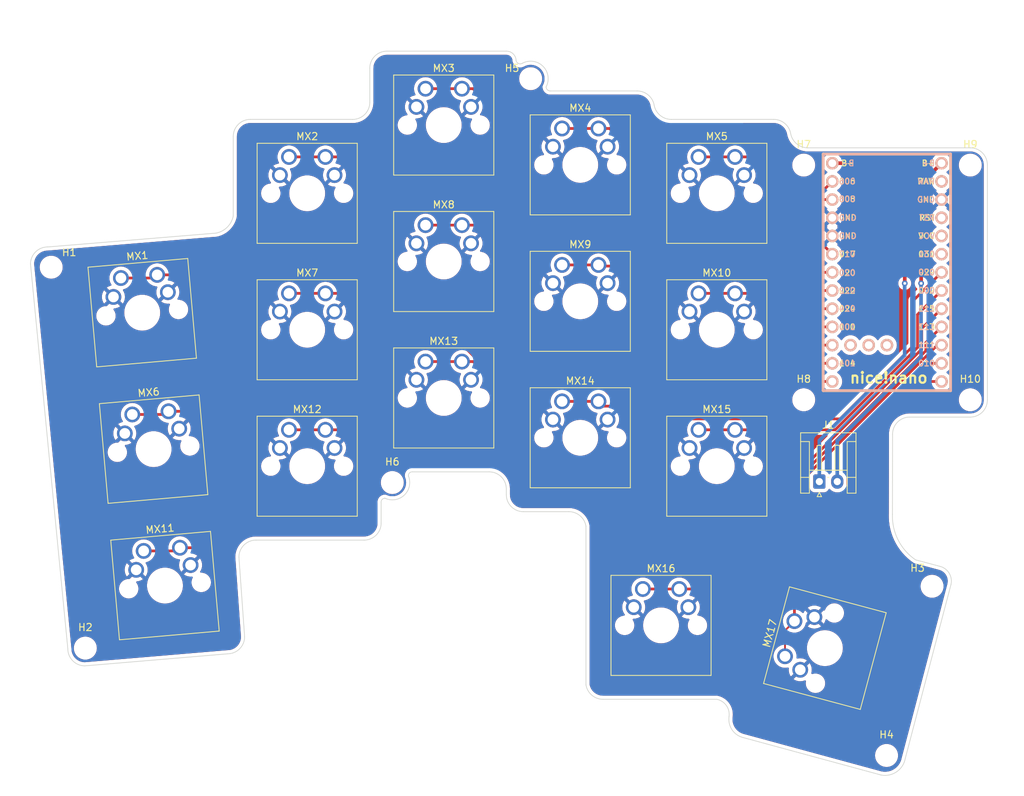
<source format=kicad_pcb>
(kicad_pcb (version 20211014) (generator pcbnew)
  (layers (0 "F.Cu" signal) (31 "B.Cu" signal) (34 "B.Paste" user) (35 "F.Paste" user) (36 "B.SilkS" user "B.Silkscreen") (37 "F.SilkS" user "F.Silkscreen") (38 "B.Mask" user) (39 "F.Mask" user) (44 "Edge.Cuts" user))
  (net 0 "")
  (net 1 "GND")
  (net 6 "VCC")
  (net 8 "B-")
  (net 9 "B+")
  (net 11 "MX1")
  (net 12 "MX2")
  (net 13 "MX3")
  (net 14 "MX4")
  (net 15 "MX5")
  (net 16 "MX6")
  (net 17 "MX7")
  (net 18 "MX8")
  (net 19 "MX9")
  (net 20 "MX10")
  (net 21 "MX11")
  (net 22 "MX12")
  (net 23 "MX13")
  (net 24 "MX14")
  (net 25 "MX15")
  (net 26 "MX16")
  (net 27 "MX17")
  (footprint "mx-switches-doubleSided:CherryMX-1U-doubleSided" (layer "F.Cu") (at 106.3625 50.8)
    (fp_text reference "MX2" (at 0 -7.9375 unlocked) (layer "F.SilkS"))
    (fp_text value "MX-NoLED")
    (pad "" np_thru_hole circle (at 0 0) (size 4 4) (drill 4) (layers *.Cu *.Mask))
    (pad "" np_thru_hole circle (at 5.08 0) (size 1.7 1.7) (drill 1.7) (layers *.Cu *.Mask))
    (pad "" np_thru_hole circle (at -5.08 0) (size 1.7 1.7) (drill 1.7) (layers *.Cu *.Mask))
    (pad "1" thru_hole circle (at 2.54 -5.08) (size 2.2 2.2) (drill 1.5) (layers *.Cu *.Mask) (net 12 "MX2"))
    (pad "1" thru_hole circle (at -2.54 -5.08) (size 2.2 2.2) (drill 1.5) (layers *.Cu *.Mask) (net 12 "MX2"))
    (pad "2" thru_hole circle (at 3.81 -2.54) (size 2.2 2.2) (drill 1.5) (layers *.Cu *.Mask) (net 1 "GND"))
    (pad "2" thru_hole circle (at -3.81 -2.54) (size 2.2 2.2) (drill 1.5) (layers *.Cu *.Mask) (net 1 "GND"))
  )
  (footprint "mx-switches-doubleSided:CherryMX-1U-doubleSided" (layer "F.Cu") (at 155.73375 111.125)
    (fp_text reference "MX16" (at 0 -7.9375 unlocked) (layer "F.SilkS"))
    (fp_text value "MX-NoLED")
    (pad "" np_thru_hole circle (at -5.08 0) (size 1.7 1.7) (drill 1.7) (layers *.Cu *.Mask))
    (pad "" np_thru_hole circle (at 0 0) (size 4 4) (drill 4) (layers *.Cu *.Mask))
    (pad "" np_thru_hole circle (at 5.08 0) (size 1.7 1.7) (drill 1.7) (layers *.Cu *.Mask))
    (pad "1" thru_hole circle (at 2.54 -5.08) (size 2.2 2.2) (drill 1.5) (layers *.Cu *.Mask) (net 26 "MX16"))
    (pad "1" thru_hole circle (at -2.54 -5.08) (size 2.2 2.2) (drill 1.5) (layers *.Cu *.Mask) (net 26 "MX16"))
    (pad "2" thru_hole circle (at -3.81 -2.54) (size 2.2 2.2) (drill 1.5) (layers *.Cu *.Mask) (net 1 "GND"))
    (pad "2" thru_hole circle (at 3.81 -2.54) (size 2.2 2.2) (drill 1.5) (layers *.Cu *.Mask) (net 1 "GND"))
  )
  (footprint "mx-switches-doubleSided:CherryMX-1U-doubleSided" (layer "F.Cu") (at 106.3625 69.85)
    (fp_text reference "MX7" (at 0 -7.9375 unlocked) (layer "F.SilkS"))
    (fp_text value "MX-NoLED")
    (pad "" np_thru_hole circle (at 0 0) (size 4 4) (drill 4) (layers *.Cu *.Mask))
    (pad "" np_thru_hole circle (at 5.08 0) (size 1.7 1.7) (drill 1.7) (layers *.Cu *.Mask))
    (pad "" np_thru_hole circle (at -5.08 0) (size 1.7 1.7) (drill 1.7) (layers *.Cu *.Mask))
    (pad "1" thru_hole circle (at 2.54 -5.08) (size 2.2 2.2) (drill 1.5) (layers *.Cu *.Mask) (net 17 "MX7"))
    (pad "1" thru_hole circle (at -2.54 -5.08) (size 2.2 2.2) (drill 1.5) (layers *.Cu *.Mask) (net 17 "MX7"))
    (pad "2" thru_hole circle (at -3.81 -2.54) (size 2.2 2.2) (drill 1.5) (layers *.Cu *.Mask) (net 1 "GND"))
    (pad "2" thru_hole circle (at 3.81 -2.54) (size 2.2 2.2) (drill 1.5) (layers *.Cu *.Mask) (net 1 "GND"))
  )
  (footprint "MountingHole:MountingHole_2.2mm_M2_DIN965" (layer "F.Cu") (at 175.641 79.629)
    (fp_text reference "H8" (at 0 -2.9) (layer "F.SilkS"))
    (fp_text value "MountingHole")
    (pad "" np_thru_hole circle (at 0 0) (size 2.2 2.2) (drill 2.2) (layers *.Cu *.Mask))
  )
  (footprint "mx-switches-doubleSided:CherryMX-1U-doubleSided" (layer "F.Cu") (at 144.4625 84.93125)
    (fp_text reference "MX14" (at 0 -7.9375 unlocked) (layer "F.SilkS"))
    (fp_text value "MX-NoLED")
    (pad "" np_thru_hole circle (at -5.08 0) (size 1.7 1.7) (drill 1.7) (layers *.Cu *.Mask))
    (pad "" np_thru_hole circle (at 5.08 0) (size 1.7 1.7) (drill 1.7) (layers *.Cu *.Mask))
    (pad "" np_thru_hole circle (at 0 0) (size 4 4) (drill 4) (layers *.Cu *.Mask))
    (pad "1" thru_hole circle (at -2.54 -5.08) (size 2.2 2.2) (drill 1.5) (layers *.Cu *.Mask) (net 24 "MX14"))
    (pad "1" thru_hole circle (at 2.54 -5.08) (size 2.2 2.2) (drill 1.5) (layers *.Cu *.Mask) (net 24 "MX14"))
    (pad "2" thru_hole circle (at 3.81 -2.54) (size 2.2 2.2) (drill 1.5) (layers *.Cu *.Mask) (net 1 "GND"))
    (pad "2" thru_hole circle (at -3.81 -2.54) (size 2.2 2.2) (drill 1.5) (layers *.Cu *.Mask) (net 1 "GND"))
  )
  (footprint "mx-switches-doubleSided:CherryMX-1U-doubleSided" (layer "F.Cu") (at 83.34375 67.46875 5)
    (fp_text reference "MX1" (at 0 -7.9375 5 unlocked) (layer "F.SilkS"))
    (fp_text value "MX-NoLED")
    (pad "" np_thru_hole circle (at -5.08 0 5) (size 1.7 1.7) (drill 1.7) (layers *.Cu *.Mask))
    (pad "" np_thru_hole circle (at 0 0 5) (size 4 4) (drill 4) (layers *.Cu *.Mask))
    (pad "" np_thru_hole circle (at 5.08 0 5) (size 1.7 1.7) (drill 1.7) (layers *.Cu *.Mask))
    (pad "1" thru_hole circle (at -2.54 -5.08 5) (size 2.2 2.2) (drill 1.5) (layers *.Cu *.Mask) (net 11 "MX1"))
    (pad "1" thru_hole circle (at 2.54 -5.08 5) (size 2.2 2.2) (drill 1.5) (layers *.Cu *.Mask) (net 11 "MX1"))
    (pad "2" thru_hole circle (at -3.81 -2.54 5) (size 2.2 2.2) (drill 1.5) (layers *.Cu *.Mask) (net 1 "GND"))
    (pad "2" thru_hole circle (at 3.81 -2.54 5) (size 2.2 2.2) (drill 1.5) (layers *.Cu *.Mask) (net 1 "GND"))
  )
  (footprint "Connector_JST:JST_EH_S2B-EH_1x02_P2.50mm_Horizontal" (layer "F.Cu") (at 177.82 91.0515)
    (fp_text reference "J1" (at 1.25 -7.9) (layer "F.SilkS"))
    (fp_text value "Conn_01x02_Male")
    (pad "1" thru_hole roundrect (at 0 0) (size 1.7 2) (drill 1) (layers *.Cu *.Mask) (roundrect_rratio 0.147059) (net 8 "B-"))
    (pad "2" thru_hole oval (at 2.5 0) (size 1.7 2) (drill 1) (layers *.Cu *.Mask) (net 9 "B+"))
  )
  (footprint "mx-switches-doubleSided:CherryMX-1U-doubleSided" (layer "F.Cu") (at 84.93125 86.51875 5)
    (fp_text reference "MX6" (at 0 -7.9375 5 unlocked) (layer "F.SilkS"))
    (fp_text value "MX-NoLED")
    (pad "" np_thru_hole circle (at 0 0 5) (size 4 4) (drill 4) (layers *.Cu *.Mask))
    (pad "" np_thru_hole circle (at -5.08 0 5) (size 1.7 1.7) (drill 1.7) (layers *.Cu *.Mask))
    (pad "" np_thru_hole circle (at 5.08 0 5) (size 1.7 1.7) (drill 1.7) (layers *.Cu *.Mask))
    (pad "1" thru_hole circle (at -2.54 -5.08 5) (size 2.2 2.2) (drill 1.5) (layers *.Cu *.Mask) (net 16 "MX6"))
    (pad "1" thru_hole circle (at 2.54 -5.08 5) (size 2.2 2.2) (drill 1.5) (layers *.Cu *.Mask) (net 16 "MX6"))
    (pad "2" thru_hole circle (at 3.81 -2.54 5) (size 2.2 2.2) (drill 1.5) (layers *.Cu *.Mask) (net 1 "GND"))
    (pad "2" thru_hole circle (at -3.81 -2.54 5) (size 2.2 2.2) (drill 1.5) (layers *.Cu *.Mask) (net 1 "GND"))
  )
  (footprint "MountingHole:MountingHole_2.2mm_M2_DIN965" (layer "F.Cu") (at 75.40625 114.3)
    (fp_text reference "H2" (at 0 -2.9) (layer "F.SilkS"))
    (fp_text value "MountingHole")
    (pad "" np_thru_hole circle (at 0 0) (size 2.2 2.2) (drill 2.2) (layers *.Cu *.Mask))
  )
  (footprint "MountingHole:MountingHole_2.2mm_M2_DIN965" (layer "F.Cu") (at 118.237 91.186)
    (fp_text reference "H6" (at 0 -2.9) (layer "F.SilkS"))
    (fp_text value "MountingHole")
    (pad "" np_thru_hole circle (at 0 0) (size 2.2 2.2) (drill 2.2) (layers *.Cu *.Mask))
  )
  (footprint "mx-switches-doubleSided:CherryMX-1U-doubleSided" (layer "F.Cu") (at 163.5125 50.8)
    (fp_text reference "MX5" (at 0 -7.9375 unlocked) (layer "F.SilkS"))
    (fp_text value "MX-NoLED")
    (pad "" np_thru_hole circle (at 5.08 0) (size 1.7 1.7) (drill 1.7) (layers *.Cu *.Mask))
    (pad "" np_thru_hole circle (at 0 0) (size 4 4) (drill 4) (layers *.Cu *.Mask))
    (pad "" np_thru_hole circle (at -5.08 0) (size 1.7 1.7) (drill 1.7) (layers *.Cu *.Mask))
    (pad "1" thru_hole circle (at -2.54 -5.08) (size 2.2 2.2) (drill 1.5) (layers *.Cu *.Mask) (net 15 "MX5"))
    (pad "1" thru_hole circle (at 2.54 -5.08) (size 2.2 2.2) (drill 1.5) (layers *.Cu *.Mask) (net 15 "MX5"))
    (pad "2" thru_hole circle (at 3.81 -2.54) (size 2.2 2.2) (drill 1.5) (layers *.Cu *.Mask) (net 1 "GND"))
    (pad "2" thru_hole circle (at -3.81 -2.54) (size 2.2 2.2) (drill 1.5) (layers *.Cu *.Mask) (net 1 "GND"))
  )
  (footprint "MountingHole:MountingHole_2.2mm_M2_DIN965" (layer "F.Cu") (at 198.882 46.863)
    (fp_text reference "H9" (at 0 -2.9) (layer "F.SilkS"))
    (fp_text value "MountingHole")
    (pad "" np_thru_hole circle (at 0 0) (size 2.2 2.2) (drill 2.2) (layers *.Cu *.Mask))
  )
  (footprint "mx-switches-doubleSided:CherryMX-1U-doubleSided" (layer "F.Cu") (at 144.4625 65.88125)
    (fp_text reference "MX9" (at 0 -7.9375 unlocked) (layer "F.SilkS"))
    (fp_text value "MX-NoLED")
    (pad "" np_thru_hole circle (at 5.08 0) (size 1.7 1.7) (drill 1.7) (layers *.Cu *.Mask))
    (pad "" np_thru_hole circle (at 0 0) (size 4 4) (drill 4) (layers *.Cu *.Mask))
    (pad "" np_thru_hole circle (at -5.08 0) (size 1.7 1.7) (drill 1.7) (layers *.Cu *.Mask))
    (pad "1" thru_hole circle (at -2.54 -5.08) (size 2.2 2.2) (drill 1.5) (layers *.Cu *.Mask) (net 19 "MX9"))
    (pad "1" thru_hole circle (at 2.54 -5.08) (size 2.2 2.2) (drill 1.5) (layers *.Cu *.Mask) (net 19 "MX9"))
    (pad "2" thru_hole circle (at 3.81 -2.54) (size 2.2 2.2) (drill 1.5) (layers *.Cu *.Mask) (net 1 "GND"))
    (pad "2" thru_hole circle (at -3.81 -2.54) (size 2.2 2.2) (drill 1.5) (layers *.Cu *.Mask) (net 1 "GND"))
  )
  (footprint "mx-switches-doubleSided:CherryMX-1.5U-doubleSided-Vertical" (layer "F.Cu") (at 178.59375 114.3 -15)
    (fp_text reference "MX17" (at -7.9375 0 75 unlocked) (layer "F.SilkS"))
    (fp_text value "MX-NoLED")
    (pad "" np_thru_hole circle (at 0 0 75) (size 4 4) (drill 4) (layers *.Cu *.Mask))
    (pad "" np_thru_hole circle (at 0 5.08 75) (size 1.7 1.7) (drill 1.7) (layers *.Cu *.Mask))
    (pad "" np_thru_hole circle (at 0 -5.08 75) (size 1.7 1.7) (drill 1.7) (layers *.Cu *.Mask))
    (pad "" np_thru_hole circle (at 0 0 75) (size 4 4) (drill 4) (layers *.Cu *.Mask))
    (pad "1" thru_hole circle (at -5.08 -2.54 75) (size 2.2 2.2) (drill 1.5) (layers *.Cu *.Mask) (net 27 "MX17"))
    (pad "1" thru_hole circle (at -5.08 2.54 75) (size 2.2 2.2) (drill 1.5) (layers *.Cu *.Mask) (net 27 "MX17"))
    (pad "2" thru_hole circle (at -2.54 3.81 75) (size 2.2 2.2) (drill 1.5) (layers *.Cu *.Mask) (net 1 "GND"))
    (pad "2" thru_hole circle (at -2.54 -3.81 75) (size 2.2 2.2) (drill 1.5) (layers *.Cu *.Mask) (net 1 "GND"))
  )
  (footprint "mx-switches-doubleSided:CherryMX-1U-doubleSided" (layer "F.Cu") (at 125.4125 41.275)
    (fp_text reference "MX3" (at 0 -7.9375 unlocked) (layer "F.SilkS"))
    (fp_text value "MX-NoLED")
    (pad "" np_thru_hole circle (at 0 0) (size 4 4) (drill 4) (layers *.Cu *.Mask))
    (pad "" np_thru_hole circle (at -5.08 0) (size 1.7 1.7) (drill 1.7) (layers *.Cu *.Mask))
    (pad "" np_thru_hole circle (at 5.08 0) (size 1.7 1.7) (drill 1.7) (layers *.Cu *.Mask))
    (pad "1" thru_hole circle (at 2.54 -5.08) (size 2.2 2.2) (drill 1.5) (layers *.Cu *.Mask) (net 13 "MX3"))
    (pad "1" thru_hole circle (at -2.54 -5.08) (size 2.2 2.2) (drill 1.5) (layers *.Cu *.Mask) (net 13 "MX3"))
    (pad "2" thru_hole circle (at -3.81 -2.54) (size 2.2 2.2) (drill 1.5) (layers *.Cu *.Mask) (net 1 "GND"))
    (pad "2" thru_hole circle (at 3.81 -2.54) (size 2.2 2.2) (drill 1.5) (layers *.Cu *.Mask) (net 1 "GND"))
  )
  (footprint "MountingHole:MountingHole_2.2mm_M2_DIN965" (layer "F.Cu") (at 175.641 46.863)
    (fp_text reference "H7" (at 0 -2.9) (layer "F.SilkS"))
    (fp_text value "MountingHole")
    (pad "" np_thru_hole circle (at 0 0) (size 2.2 2.2) (drill 2.2) (layers *.Cu *.Mask))
  )
  (footprint "mx-switches-doubleSided:CherryMX-1U-doubleSided" (layer "F.Cu") (at 125.4125 79.375)
    (fp_text reference "MX13" (at 0 -7.9375 unlocked) (layer "F.SilkS"))
    (fp_text value "MX-NoLED")
    (pad "" np_thru_hole circle (at -5.08 0) (size 1.7 1.7) (drill 1.7) (layers *.Cu *.Mask))
    (pad "" np_thru_hole circle (at 5.08 0) (size 1.7 1.7) (drill 1.7) (layers *.Cu *.Mask))
    (pad "" np_thru_hole circle (at 0 0) (size 4 4) (drill 4) (layers *.Cu *.Mask))
    (pad "1" thru_hole circle (at 2.54 -5.08) (size 2.2 2.2) (drill 1.5) (layers *.Cu *.Mask) (net 23 "MX13"))
    (pad "1" thru_hole circle (at -2.54 -5.08) (size 2.2 2.2) (drill 1.5) (layers *.Cu *.Mask) (net 23 "MX13"))
    (pad "2" thru_hole circle (at 3.81 -2.54) (size 2.2 2.2) (drill 1.5) (layers *.Cu *.Mask) (net 1 "GND"))
    (pad "2" thru_hole circle (at -3.81 -2.54) (size 2.2 2.2) (drill 1.5) (layers *.Cu *.Mask) (net 1 "GND"))
  )
  (footprint "MountingHole:MountingHole_2.2mm_M2_DIN965" (layer "F.Cu") (at 70.64375 61.11875)
    (fp_text reference "H1" (at 2.50825 -2.06375) (layer "F.SilkS"))
    (fp_text value "MountingHole")
    (pad "" np_thru_hole circle (at 0 0) (size 2.2 2.2) (drill 2.2) (layers *.Cu *.Mask))
  )
  (footprint "MountingHole:MountingHole_2.2mm_M2_DIN965" (layer "F.Cu") (at 187.198 129.286)
    (fp_text reference "H4" (at 0 -2.9) (layer "F.SilkS"))
    (fp_text value "MountingHole")
    (pad "" np_thru_hole circle (at 0 0) (size 2.2 2.2) (drill 2.2) (layers *.Cu *.Mask))
  )
  (footprint "nice-nano-all-pins:nice_nano" (layer "F.Cu") (at 187.247831 63.1055 -90)
    (fp_text reference "U1" hide)
    (fp_text value "nice_nano" hide)
    (fp_text user "113" (at 6.35 -5.537191) (layer "B.SilkS") (effects (font (size 0.8 0.8)) (justify mirror)))
    (fp_text user "GND" (at -8.89 5.461) (layer "B.SilkS") (effects (font (size 0.8 0.8)) (justify mirror)))
    (fp_text user "006" (at -13.97 5.53719) (layer "B.SilkS") (effects (font (size 0.8 0.8)) (justify mirror)))
    (fp_text user "115" (at 3.81 -5.537191) (layer "B.SilkS") (effects (font (size 0.8 0.8)) (justify mirror)))
    (fp_text user "031" (at -3.81 -5.537191) (layer "B.SilkS") (effects (font (size 0.8 0.8)) (justify mirror)))
    (fp_text user "B+" (at -16.51 -5.778477) (layer "B.SilkS") (effects (font (size 0.8 0.8)) (justify mirror)))
    (fp_text user "017" (at -3.81 5.53719) (layer "B.SilkS") (effects (font (size 0.8 0.8)) (justify mirror)))
    (fp_text user "002" (at 1.27 -5.537191) (layer "B.SilkS") (effects (font (size 0.8 0.8)) (justify mirror)))
    (fp_text user "022" (at 1.3 5.53719) (layer "B.SilkS") (effects (font (size 0.8 0.8)) (justify mirror)))
    (fp_text user "111" (at 8.89 -5.537191) (layer "B.SilkS") (effects (font (size 0.8 0.8)) (justify mirror)))
    (fp_text user "020" (at -1.2 5.53719) (layer "B.SilkS") (effects (font (size 0.8 0.8)) (justify mirror)))
    (fp_text user "GND" (at -6.35 5.461) (layer "B.SilkS") (effects (font (size 0.8 0.8)) (justify mirror)))
    (fp_text user "GND" (at -11.43 -5.454667) (layer "B.SilkS") (effects (font (size 0.8 0.8)) (justify mirror)))
    (fp_text user "010" (at 11.43 -5.537191) (layer "B.SilkS") (effects (font (size 0.8 0.8)) (justify mirror)))
    (fp_text user "104" (at 11.43 5.53719) (layer "B.SilkS") (effects (font (size 0.8 0.8)) (justify mirror)))
    (fp_text user "RAW" (at -13.97 -5.473715) (layer "B.SilkS") (effects (font (size 0.8 0.8)) (justify mirror)))
    (fp_text user "VCC" (at -6.35 -5.537191) (layer "B.SilkS") (effects (font (size 0.8 0.8)) (justify mirror)))
    (fp_text user "008" (at -11.5 5.53719) (layer "B.SilkS") (effects (font (size 0.8 0.8)) (justify mirror)))
    (fp_text user "RST" (at -8.89 -5.588) (layer "B.SilkS") (effects (font (size 0.8 0.8)) (justify mirror)))
    (fp_text user "024" (at 3.8 5.53719) (layer "B.SilkS") (effects (font (size 0.8 0.8)) (justify mirror)))
    (fp_text user "100" (at 6.35 5.53719) (layer "B.SilkS") (effects (font (size 0.8 0.8)) (justify mirror)))
    (fp_text user "029" (at -1.27 -5.537191) (layer "B.SilkS") (effects (font (size 0.8 0.8)) (justify mirror)))
    (fp_text user "B-" (at -16.51 5.461) (layer "B.SilkS") (effects (font (size 0.8 0.8)) (justify mirror)))
    (fp_text user "010" (at 11.43 -5.537191) (layer "F.SilkS") (effects (font (size 0.8 0.8))))
    (fp_text user "111" (at 8.89 -5.537191) (layer "F.SilkS") (effects (font (size 0.8 0.8))))
    (fp_text user "GND" (at -8.89 5.461) (layer "F.SilkS") (effects (font (size 0.8 0.8))))
    (fp_text user "024" (at 3.81 5.53719) (layer "F.SilkS") (effects (font (size 0.8 0.8))))
    (fp_text user "029" (at -1.27 -5.537191) (layer "F.SilkS") (effects (font (size 0.8 0.8))))
    (fp_text user "nice!nano" (at 13.462 -0.254) (layer "F.SilkS") (effects (font (size 1.5 1.5) (thickness 0.3))))
    (fp_text user "B-" (at -16.51 5.461) (layer "F.SilkS") (effects (font (size 0.8 0.8))))
    (fp_text user "031" (at -3.81 -5.537191) (layer "F.SilkS") (effects (font (size 0.8 0.8))))
    (fp_text user "115" (at 3.81 -5.537191) (layer "F.SilkS") (effects (font (size 0.8 0.8))))
    (fp_text user "GND" (at -6.35 5.461) (layer "F.SilkS") (effects (font (size 0.8 0.8))))
    (fp_text user "002" (at 1.27 -5.537191) (layer "F.SilkS") (effects (font (size 0.8 0.8))))
    (fp_text user "100" (at 6.35 5.53719) (layer "F.SilkS") (effects (font (size 0.8 0.8))))
    (fp_text user "104" (at 11.43 5.53719) (layer "F.SilkS") (effects (font (size 0.8 0.8))))
    (fp_text user "006" (at -13.97 5.53719) (layer "F.SilkS") (effects (font (size 0.8 0.8))))
    (fp_text user "B+" (at -16.51 -5.778477) (layer "F.SilkS") (effects (font (size 0.8 0.8))))
    (fp_text user "020" (at -1.2 5.53719) (layer "F.SilkS") (effects (font (size 0.8 0.8))))
    (fp_text user "RST" (at -8.89 -5.588) (layer "F.SilkS") (effects (font (size 0.8 0.8))))
    (fp_text user "022" (at 1.3 5.53719) (layer "F.SilkS") (effects (font (size 0.8 0.8))))
    (fp_text user "RAW" (at -13.97 -5.473715) (layer "F.SilkS") (effects (font (size 0.8 0.8))))
    (fp_text user "113" (at 6.35 -5.537191) (layer "F.SilkS") (effects (font (size 0.8 0.8))))
    (fp_text user "008" (at -11.5 5.53719) (layer "F.SilkS") (effects (font (size 0.8 0.8))))
    (fp_text user "017" (at -3.8 5.53719) (layer "F.SilkS") (effects (font (size 0.8 0.8))))
    (fp_text user "GND" (at -11.43 -5.454667) (layer "F.SilkS") (effects (font (size 0.8 0.8))))
    (fp_text user "VCC" (at -6.35 -5.537191) (layer "F.SilkS") (effects (font (size 0.8 0.8))))
    (pad "1" thru_hole circle locked (at -13.97 7.62 270) (size 1.7526 1.7526) (drill 1.0922) (layers *.Cu *.SilkS *.Mask) (net 13 "MX3"))
    (pad "2" thru_hole circle locked (at -11.43 7.62 270) (size 1.7526 1.7526) (drill 1.0922) (layers *.Cu *.SilkS *.Mask) (net 14 "MX4"))
    (pad "3" thru_hole circle locked (at -8.89 7.62 270) (size 1.7526 1.7526) (drill 1.0922) (layers *.Cu *.SilkS *.Mask) (net 1 "GND"))
    (pad "4" thru_hole circle locked (at -6.35 7.62 270) (size 1.7526 1.7526) (drill 1.0922) (layers *.Cu *.SilkS *.Mask) (net 1 "GND"))
    (pad "5" thru_hole circle locked (at -3.81 7.62 270) (size 1.7526 1.7526) (drill 1.0922) (layers *.Cu *.SilkS *.Mask) (net 15 "MX5"))
    (pad "6" thru_hole circle locked (at -1.27 7.62 270) (size 1.7526 1.7526) (drill 1.0922) (layers *.Cu *.SilkS *.Mask) (net 12 "MX2"))
    (pad "7" thru_hole circle locked (at 1.27 7.62 270) (size 1.7526 1.7526) (drill 1.0922) (layers *.Cu *.SilkS *.Mask) (net 18 "MX8"))
    (pad "8" thru_hole circle locked (at 3.81 7.62 270) (size 1.7526 1.7526) (drill 1.0922) (layers *.Cu *.SilkS *.Mask) (net 19 "MX9"))
    (pad "9" thru_hole circle locked (at 6.35 7.62 270) (size 1.7526 1.7526) (drill 1.0922) (layers *.Cu *.SilkS *.Mask) (net 20 "MX10"))
    (pad "10" thru_hole circle locked (at 8.89 7.62 270) (size 1.7526 1.7526) (drill 1.0922) (layers *.Cu *.SilkS *.Mask) (net 11 "MX1"))
    (pad "11" thru_hole circle locked (at 11.43 7.62 270) (size 1.7526 1.7526) (drill 1.0922) (layers *.Cu *.SilkS *.Mask) (net 17 "MX7"))
    (pad "12" thru_hole circle locked (at 13.97 7.62 270) (size 1.7526 1.7526) (drill 1.0922) (layers *.Cu *.SilkS *.Mask) (net 23 "MX13"))
    (pad "13" thru_hole circle locked (at 13.97 -7.62 270) (size 1.7526 1.7526) (drill 1.0922) (layers *.Cu *.SilkS *.Mask) (net 27 "MX17"))
    (pad "14" thru_hole circle locked (at 11.43 -7.62 270) (size 1.7526 1.7526) (drill 1.0922) (layers *.Cu *.SilkS *.Mask) (net 26 "MX16"))
    (pad "15" thru_hole circle locked (at 8.89 -7.62 270) (size 1.7526 1.7526) (drill 1.0922) (layers *.Cu *.SilkS *.Mask) (net 21 "MX11"))
    (pad "16" thru_hole circle locked (at 6.35 -7.62 270) (size 1.7526 1.7526) (drill 1.0922) (layers *.Cu *.SilkS *.Mask) (net 22 "MX12"))
    (pad "17" thru_hole circle locked (at 3.81 -7.62 270) (size 1.7526 1.7526) (drill 1.0922) (layers *.Cu *.SilkS *.Mask) (net 16 "MX6"))
    (pad "18" thru_hole circle locked (at 1.27 -7.62 270) (size 1.7526 1.7526) (drill 1.0922) (layers *.Cu *.SilkS *.Mask) (net 25 "MX15"))
    (pad "19" thru_hole circle locked (at -1.27 -7.62 270) (size 1.7526 1.7526) (drill 1.0922) (layers *.Cu *.SilkS *.Mask) (net 24 "MX14"))
    (pad "20" thru_hole circle locked (at -3.81 -7.62 270) (size 1.7526 1.7526) (drill 1.0922) (layers *.Cu *.SilkS *.Mask))
    (pad "21" thru_hole circle locked (at -6.35 -7.62 270) (size 1.7526 1.7526) (drill 1.0922) (layers *.Cu *.SilkS *.Mask) (net 6 "VCC"))
    (pad "22" thru_hole circle locked (at -8.89 -7.62 270) (size 1.7526 1.7526) (drill 1.0922) (layers *.Cu *.SilkS *.Mask))
    (pad "23" thru_hole circle locked (at -11.43 -7.62 270) (size 1.7526 1.7526) (drill 1.0922) (layers *.Cu *.SilkS *.Mask) (net 1 "GND"))
    (pad "24" thru_hole circle locked (at -13.97 -7.62 270) (size 1.7526 1.7526) (drill 1.0922) (layers *.Cu *.SilkS *.Mask))
    (pad "30" thru_hole circle locked (at -16.51 7.62 270) (size 1.7526 1.7526) (drill 1.0922) (layers *.Cu *.SilkS *.Mask) (net 8 "B-"))
    (pad "31" thru_hole circle locked (at 8.89 5.08 270) (size 1.7526 1.7526) (drill 1.0922) (layers *.Cu *.SilkS *.Mask))
    (pad "32" thru_hole circle locked (at 8.89 2.54 270) (size 1.7526 1.7526) (drill 1.0922) (layers *.Cu *.SilkS *.Mask))
    (pad "33" thru_hole circle locked (at 8.89 0 270) (size 1.7526 1.7526) (drill 1.0922) (layers *.Cu *.SilkS *.Mask))
    (pad "34" thru_hole circle locked (at -16.51 -7.62 270) (size 1.7526 1.7526) (drill 1.0922) (layers *.Cu *.SilkS *.Mask) (net 9 "B+"))
  )
  (footprint "mx-switches-doubleSided:CherryMX-1U-doubleSided" (layer "F.Cu") (at 163.5125 88.9)
    (fp_text reference "MX15" (at 0 -7.9375 unlocked) (layer "F.SilkS"))
    (fp_text value "MX-NoLED")
    (pad "" np_thru_hole circle (at -5.08 0) (size 1.7 1.7) (drill 1.7) (layers *.Cu *.Mask))
    (pad "" np_thru_hole circle (at 5.08 0) (size 1.7 1.7) (drill 1.7) (layers *.Cu *.Mask))
    (pad "" np_thru_hole circle (at 0 0) (size 4 4) (drill 4) (layers *.Cu *.Mask))
    (pad "1" thru_hole circle (at 2.54 -5.08) (size 2.2 2.2) (drill 1.5) (layers *.Cu *.Mask) (net 25 "MX15"))
    (pad "1" thru_hole circle (at -2.54 -5.08) (size 2.2 2.2) (drill 1.5) (layers *.Cu *.Mask) (net 25 "MX15"))
    (pad "2" thru_hole circle (at 3.81 -2.54) (size 2.2 2.2) (drill 1.5) (layers *.Cu *.Mask) (net 1 "GND"))
    (pad "2" thru_hole circle (at -3.81 -2.54) (size 2.2 2.2) (drill 1.5) (layers *.Cu *.Mask) (net 1 "GND"))
  )
  (footprint "mx-switches-doubleSided:CherryMX-1U-doubleSided" (layer "F.Cu") (at 106.3625 88.9)
    (fp_text reference "MX12" (at 0 -7.9375 unlocked) (layer "F.SilkS"))
    (fp_text value "MX-NoLED")
    (pad "" np_thru_hole circle (at 0 0) (size 4 4) (drill 4) (layers *.Cu *.Mask))
    (pad "" np_thru_hole circle (at 5.08 0) (size 1.7 1.7) (drill 1.7) (layers *.Cu *.Mask))
    (pad "" np_thru_hole circle (at -5.08 0) (size 1.7 1.7) (drill 1.7) (layers *.Cu *.Mask))
    (pad "1" thru_hole circle (at -2.54 -5.08) (size 2.2 2.2) (drill 1.5) (layers *.Cu *.Mask) (net 22 "MX12"))
    (pad "1" thru_hole circle (at 2.54 -5.08) (size 2.2 2.2) (drill 1.5) (layers *.Cu *.Mask) (net 22 "MX12"))
    (pad "2" thru_hole circle (at -3.81 -2.54) (size 2.2 2.2) (drill 1.5) (layers *.Cu *.Mask) (net 1 "GND"))
    (pad "2" thru_hole circle (at 3.81 -2.54) (size 2.2 2.2) (drill 1.5) (layers *.Cu *.Mask) (net 1 "GND"))
  )
  (footprint "MountingHole:MountingHole_2.2mm_M2_DIN965" (layer "F.Cu") (at 193.548 105.664)
    (fp_text reference "H3" (at -2.032 -2.54) (layer "F.SilkS"))
    (fp_text value "MountingHole")
    (pad "" np_thru_hole circle (at 0 0) (size 2.2 2.2) (drill 2.2) (layers *.Cu *.Mask))
  )
  (footprint "mx-switches-doubleSided:CherryMX-1U-doubleSided" (layer "F.Cu") (at 144.4625 46.83125)
    (fp_text reference "MX4" (at 0 -7.9375 unlocked) (layer "F.SilkS"))
    (fp_text value "MX-NoLED")
    (pad "" np_thru_hole circle (at 0 0) (size 4 4) (drill 4) (layers *.Cu *.Mask))
    (pad "" np_thru_hole circle (at 5.08 0) (size 1.7 1.7) (drill 1.7) (layers *.Cu *.Mask))
    (pad "" np_thru_hole circle (at -5.08 0) (size 1.7 1.7) (drill 1.7) (layers *.Cu *.Mask))
    (pad "1" thru_hole circle (at 2.54 -5.08) (size 2.2 2.2) (drill 1.5) (layers *.Cu *.Mask) (net 14 "MX4"))
    (pad "1" thru_hole circle (at -2.54 -5.08) (size 2.2 2.2) (drill 1.5) (layers *.Cu *.Mask) (net 14 "MX4"))
    (pad "2" thru_hole circle (at -3.81 -2.54) (size 2.2 2.2) (drill 1.5) (layers *.Cu *.Mask) (net 1 "GND"))
    (pad "2" thru_hole circle (at 3.81 -2.54) (size 2.2 2.2) (drill 1.5) (layers *.Cu *.Mask) (net 1 "GND"))
  )
  (footprint "MountingHole:MountingHole_2.2mm_M2_DIN965" (layer "F.Cu") (at 198.882 79.629)
    (fp_text reference "H10" (at 0 -2.9) (layer "F.SilkS"))
    (fp_text value "MountingHole")
    (pad "" np_thru_hole circle (at 0 0) (size 2.2 2.2) (drill 2.2) (layers *.Cu *.Mask))
  )
  (footprint "mx-switches-doubleSided:CherryMX-1U-doubleSided" (layer "F.Cu") (at 163.5125 69.85)
    (fp_text reference "MX10" (at 0 -7.9375 unlocked) (layer "F.SilkS"))
    (fp_text value "MX-NoLED")
    (pad "" np_thru_hole circle (at 0 0) (size 4 4) (drill 4) (layers *.Cu *.Mask))
    (pad "" np_thru_hole circle (at 5.08 0) (size 1.7 1.7) (drill 1.7) (layers *.Cu *.Mask))
    (pad "" np_thru_hole circle (at -5.08 0) (size 1.7 1.7) (drill 1.7) (layers *.Cu *.Mask))
    (pad "1" thru_hole circle (at -2.54 -5.08) (size 2.2 2.2) (drill 1.5) (layers *.Cu *.Mask) (net 20 "MX10"))
    (pad "1" thru_hole circle (at 2.54 -5.08) (size 2.2 2.2) (drill 1.5) (layers *.Cu *.Mask) (net 20 "MX10"))
    (pad "2" thru_hole circle (at -3.81 -2.54) (size 2.2 2.2) (drill 1.5) (layers *.Cu *.Mask) (net 1 "GND"))
    (pad "2" thru_hole circle (at 3.81 -2.54) (size 2.2 2.2) (drill 1.5) (layers *.Cu *.Mask) (net 1 "GND"))
  )
  (footprint "mx-switches-doubleSided:CherryMX-1U-doubleSided" (layer "F.Cu") (at 125.4125 60.325)
    (fp_text reference "MX8" (at 0 -7.9375 unlocked) (layer "F.SilkS"))
    (fp_text value "MX-NoLED")
    (pad "" np_thru_hole circle (at -5.08 0) (size 1.7 1.7) (drill 1.7) (layers *.Cu *.Mask))
    (pad "" np_thru_hole circle (at 5.08 0) (size 1.7 1.7) (drill 1.7) (layers *.Cu *.Mask))
    (pad "" np_thru_hole circle (at 0 0) (size 4 4) (drill 4) (layers *.Cu *.Mask))
    (pad "1" thru_hole circle (at -2.54 -5.08) (size 2.2 2.2) (drill 1.5) (layers *.Cu *.Mask) (net 18 "MX8"))
    (pad "1" thru_hole circle (at 2.54 -5.08) (size 2.2 2.2) (drill 1.5) (layers *.Cu *.Mask) (net 18 "MX8"))
    (pad "2" thru_hole circle (at -3.81 -2.54) (size 2.2 2.2) (drill 1.5) (layers *.Cu *.Mask) (net 1 "GND"))
    (pad "2" thru_hole circle (at 3.81 -2.54) (size 2.2 2.2) (drill 1.5) (layers *.Cu *.Mask) (net 1 "GND"))
  )
  (footprint "mx-switches-doubleSided:CherryMX-1U-doubleSided" (layer "F.Cu") (at 86.51875 105.56875 5)
    (fp_text reference "MX11" (at 0 -7.9375 5 unlocked) (layer "F.SilkS"))
    (fp_text value "MX-NoLED")
    (pad "" np_thru_hole circle (at -5.08 0 5) (size 1.7 1.7) (drill 1.7) (layers *.Cu *.Mask))
    (pad "" np_thru_hole circle (at 0 0 5) (size 4 4) (drill 4) (layers *.Cu *.Mask))
    (pad "" np_thru_hole circle (at 5.08 0 5) (size 1.7 1.7) (drill 1.7) (layers *.Cu *.Mask))
    (pad "1" thru_hole circle (at 2.54 -5.08 5) (size 2.2 2.2) (drill 1.5) (layers *.Cu *.Mask) (net 21 "MX11"))
    (pad "1" thru_hole circle (at -2.54 -5.08 5) (size 2.2 2.2) (drill 1.5) (layers *.Cu *.Mask) (net 21 "MX11"))
    (pad "2" thru_hole circle (at -3.81 -2.54 5) (size 2.2 2.2) (drill 1.5) (layers *.Cu *.Mask) (net 1 "GND"))
    (pad "2" thru_hole circle (at 3.81 -2.54 5) (size 2.2 2.2) (drill 1.5) (layers *.Cu *.Mask) (net 1 "GND"))
  )
  (footprint "MountingHole:MountingHole_2.2mm_M2_DIN965" (layer "F.Cu") (at 137.541 34.798)
    (fp_text reference "H5" (at -2.6035 -1.4605) (layer "F.SilkS"))
    (fp_text value "MountingHole")
    (pad "" np_thru_hole circle (at 0 0) (size 2.2 2.2) (drill 2.2) (layers *.Cu *.Mask))
  )
  (gr_line (start 188.041581 84.455) (end 188.019279 95.631) (layer "Edge.Cuts") (width 0.1))
  (gr_line (start 93.6625 56.35625) (end 70.136798 58.293) (layer "Edge.Cuts") (width 0.1))
  (gr_arc (start 136.398 32.639) (mid 139.268837 33.070162) (end 139.7 35.941) (layer "Edge.Cuts") (width 0.1))
  (gr_arc (start 131.7625 89.69375) (mid 133.446298 90.391202) (end 134.14375 92.075) (layer "Edge.Cuts") (width 0.1))
  (gr_arc (start 75.343798 116.775452) (mid 73.66 116.078) (end 72.962548 114.394202) (layer "Edge.Cuts") (width 0.1))
  (gr_arc (start 136.525 95.25) (mid 134.841202 94.552548) (end 134.14375 92.86875) (layer "Edge.Cuts") (width 0.1))
  (gr_line (start 190.422831 82.042) (end 198.882 82.042) (layer "Edge.Cuts") (width 0.1))
  (gr_arc (start 191.262 101.981) (mid 188.825765 99.22213) (end 188.019279 95.631) (layer "Edge.Cuts") (width 0.1))
  (gr_line (start 145.25625 119.41175) (end 145.25625 97.282) (layer "Edge.Cuts") (width 0.1))
  (gr_line (start 196.184125 105.428475) (end 189.810225 129.699933) (layer "Edge.Cuts") (width 0.1))
  (gr_line (start 198.882 44.45) (end 176.2125 44.45) (layer "Edge.Cuts") (width 0.1))
  (gr_line (start 112.7125 40.48125) (end 98.425 40.48125) (layer "Edge.Cuts") (width 0.1))
  (gr_arc (start 163.5125 121.44375) (mid 164.834769 122.299558) (end 165.227 123.825) (layer "Edge.Cuts") (width 0.1))
  (gr_arc (start 152.4 36.5125) (mid 153.965198 37.089548) (end 154.78125 38.5445) (layer "Edge.Cuts") (width 0.1))
  (gr_line (start 67.755548 60.67425) (end 72.962548 114.394202) (layer "Edge.Cuts") (width 0.1))
  (gr_arc (start 97.63125 112.7125) (mid 96.933798 114.396298) (end 95.25 115.09375) (layer "Edge.Cuts") (width 0.1))
  (gr_line (start 121.031 89.69375) (end 131.7625 89.69375) (layer "Edge.Cuts") (width 0.1))
  (gr_arc (start 67.755548 60.67425) (mid 68.453 58.990452) (end 70.136798 58.293) (layer "Edge.Cuts") (width 0.1))
  (gr_line (start 167.108975 126.764111) (end 186.406691 132.010953) (layer "Edge.Cuts") (width 0.1))
  (gr_arc (start 194.74681 102.908873) (mid 195.961 103.886) (end 196.184125 105.428475) (layer "Edge.Cuts") (width 0.1))
  (gr_arc (start 188.041581 84.455) (mid 188.72777 82.750701) (end 190.422831 82.042) (layer "Edge.Cuts") (width 0.1))
  (gr_arc (start 96.04375 42.8625) (mid 96.741203 41.178703) (end 98.425 40.48125) (layer "Edge.Cuts") (width 0.1))
  (gr_arc (start 171.45 40.48125) (mid 173.015198 41.058298) (end 173.83125 42.51325) (layer "Edge.Cuts") (width 0.1))
  (gr_arc (start 136.398 32.639) (mid 135.853543 32.681735) (end 135.509 32.258) (layer "Edge.Cuts") (width 0.1))
  (gr_arc (start 115.09375 38.1) (mid 114.396298 39.783798) (end 112.7125 40.48125) (layer "Edge.Cuts") (width 0.1))
  (gr_line (start 116.68125 93.98) (end 116.68125 96.8375) (layer "Edge.Cuts") (width 0.1))
  (gr_line (start 191.262 101.981) (end 194.74681 102.908873) (layer "Edge.Cuts") (width 0.1))
  (gr_line (start 95.25 115.09375) (end 75.343798 116.775452) (layer "Edge.Cuts") (width 0.1))
  (gr_arc (start 140.308931 36.5125) (mid 139.883252 36.355895) (end 139.7 35.941) (layer "Edge.Cuts") (width 0.1))
  (gr_arc (start 176.2125 44.45) (mid 174.677788 43.904682) (end 173.83125 42.51325) (layer "Edge.Cuts") (width 0.1))
  (gr_line (start 136.525 95.25) (end 142.875 95.25) (layer "Edge.Cuts") (width 0.1))
  (gr_arc (start 134.14375 30.95625) (mid 135.094162 31.326274) (end 135.509 32.258) (layer "Edge.Cuts") (width 0.1))
  (gr_arc (start 198.882 44.45) (mid 200.565783 45.147467) (end 201.26325 46.83125) (layer "Edge.Cuts") (width 0.1))
  (gr_arc (start 116.68125 96.8375) (mid 115.983798 98.521298) (end 114.3 99.21875) (layer "Edge.Cuts") (width 0.1))
  (gr_line (start 114.3 99.21875) (end 99.21875 99.21875) (layer "Edge.Cuts") (width 0.1))
  (gr_line (start 115.09375 33.3375) (end 115.09375 38.1) (layer "Edge.Cuts") (width 0.1))
  (gr_line (start 201.26325 46.83125) (end 201.26325 79.66075) (layer "Edge.Cuts") (width 0.1))
  (gr_arc (start 147.6375 121.44375) (mid 146.072302 120.866702) (end 145.25625 119.41175) (layer "Edge.Cuts") (width 0.1))
  (gr_line (start 96.04375 42.8625) (end 96.04375 53.975) (layer "Edge.Cuts") (width 0.1))
  (gr_line (start 171.45 40.48125) (end 157.1625 40.48125) (layer "Edge.Cuts") (width 0.1))
  (gr_arc (start 96.8375 101.6) (mid 97.534952 99.916202) (end 99.21875 99.21875) (layer "Edge.Cuts") (width 0.1))
  (gr_line (start 134.14375 92.075) (end 134.14375 92.86875) (layer "Edge.Cuts") (width 0.1))
  (gr_line (start 96.8375 101.6) (end 97.63125 112.7125) (layer "Edge.Cuts") (width 0.1))
  (gr_arc (start 201.26325 79.66075) (mid 200.565783 81.344533) (end 198.882 82.042) (layer "Edge.Cuts") (width 0.1))
  (gr_arc (start 167.108975 126.76411) (mid 165.608654 125.652713) (end 165.227 123.825) (layer "Edge.Cuts") (width 0.1))
  (gr_line (start 134.14375 30.95625) (end 117.475 30.95625) (layer "Edge.Cuts") (width 0.1))
  (gr_line (start 152.4 36.5125) (end 140.308931 36.5125) (layer "Edge.Cuts") (width 0.1))
  (gr_arc (start 116.68125 93.98) (mid 116.811381 93.551667) (end 117.221 93.371069) (layer "Edge.Cuts") (width 0.1))
  (gr_arc (start 189.810225 129.699933) (mid 188.594997 131.571981) (end 186.406691 132.010953) (layer "Edge.Cuts") (width 0.1))
  (gr_arc (start 120.49125 90.270931) (mid 119.912968 92.935835) (end 117.221 93.371069) (layer "Edge.Cuts") (width 0.1))
  (gr_arc (start 96.04375 53.975) (mid 95.212069 55.524569) (end 93.6625 56.35625) (layer "Edge.Cuts") (width 0.1))
  (gr_arc (start 157.1625 40.48125) (mid 155.627788 39.935932) (end 154.78125 38.5445) (layer "Edge.Cuts") (width 0.1))
  (gr_arc (start 142.875 95.25) (mid 144.440198 95.827048) (end 145.25625 97.282) (layer "Edge.Cuts") (width 0.1))
  (gr_line (start 147.6375 121.44375) (end 163.5125 121.44375) (layer "Edge.Cuts") (width 0.1))
  (gr_arc (start 115.09375 33.3375) (mid 115.791203 31.653703) (end 117.475 30.95625) (layer "Edge.Cuts") (width 0.1))
  (gr_arc (start 120.49125 90.270931) (mid 120.623981 89.854091) (end 121.031 89.69375) (layer "Edge.Cuts") (width 0.1))
  (segment (start 189.738 49.53) (end 186.8035 46.5955) (width 0.508) (layer "F.Cu") (net 8))
  (segment (start 186.8035 46.5955) (end 179.627831 46.5955) (width 0.508) (layer "F.Cu") (net 8))
  (segment (start 189.738 63.373) (end 189.738 49.53) (width 0.508) (layer "F.Cu") (net 8))
  (via (at 189.738 63.373) (size 0.8) (drill 0.4) (layers "F.Cu" "B.Cu") (net 8))
  (segment (start 189.738 63.373) (end 189.724331 63.386669) (width 0.508) (layer "B.Cu") (net 8))
  (segment (start 189.724331 63.386669) (end 189.724331 73.406) (width 0.508) (layer "B.Cu") (net 8))
  (segment (start 189.724331 73.406) (end 177.82 85.310331) (width 0.508) (layer "B.Cu") (net 8))
  (segment (start 177.82 85.310331) (end 177.82 91.0515) (width 0.508) (layer "B.Cu") (net 8))
  (segment (start 192.024 49.439331) (end 194.867831 46.5955) (width 0.508) (layer "F.Cu") (net 9))
  (segment (start 192.024 63.373) (end 192.024 49.439331) (width 0.508) (layer "F.Cu") (net 9))
  (via (at 192.024 63.373) (size 0.8) (drill 0.4) (layers "F.Cu" "B.Cu") (net 9))
  (segment (start 192.010331 73.66) (end 192.010331 63.386669) (width 0.508) (layer "B.Cu") (net 9))
  (segment (start 180.32 85.350331) (end 192.010331 73.66) (width 0.508) (layer "B.Cu") (net 9))
  (segment (start 180.32 91.0515) (end 180.32 85.350331) (width 0.508) (layer "B.Cu") (net 9))
  (segment (start 192.010331 63.386669) (end 192.024 63.373) (width 0.508) (layer "B.Cu") (net 9))
  (segment (start 133.188048 76.32796) (end 147.584592 76.32796) (width 0.381) (layer "F.Cu") (net 11))
  (segment (start 85.431333 62.186705) (end 119.046793 62.186705) (width 0.381) (layer "F.Cu") (net 11))
  (segment (start 119.046793 62.186705) (end 133.188048 76.32796) (width 0.381) (layer "F.Cu") (net 11))
  (segment (start 147.584592 76.32796) (end 151.839572 80.58294) (width 0.381) (layer "F.Cu") (net 11))
  (segment (start 172.9875 71.9955) (end 179.627831 71.9955) (width 0.381) (layer "F.Cu") (net 11))
  (segment (start 80.370664 62.629457) (end 84.988581 62.629457) (width 0.381) (layer "F.Cu") (net 11))
  (segment (start 164.40006 80.58294) (end 172.9875 71.9955) (width 0.381) (layer "F.Cu") (net 11))
  (segment (start 151.839572 80.58294) (end 164.40006 80.58294) (width 0.381) (layer "F.Cu") (net 11))
  (segment (start 84.988581 62.629457) (end 85.431333 62.186705) (width 0.381) (layer "F.Cu") (net 11))
  (segment (start 150.65375 54.61) (end 153.57475 57.531) (width 0.381) (layer "F.Cu") (net 12))
  (segment (start 103.8225 45.72) (end 108.9025 45.72) (width 0.381) (layer "F.Cu") (net 12))
  (segment (start 125.095 45.72) (end 133.985 54.61) (width 0.381) (layer "F.Cu") (net 12))
  (segment (start 177.1515 61.8355) (end 179.627831 61.8355) (width 0.381) (layer "F.Cu") (net 12))
  (segment (start 153.57475 57.531) (end 172.847 57.531) (width 0.381) (layer "F.Cu") (net 12))
  (segment (start 108.9025 45.72) (end 125.095 45.72) (width 0.381) (layer "F.Cu") (net 12))
  (segment (start 133.985 54.61) (end 150.65375 54.61) (width 0.381) (layer "F.Cu") (net 12))
  (segment (start 172.847 57.531) (end 177.1515 61.8355) (width 0.381) (layer "F.Cu") (net 12))
  (segment (start 166.624 41.656) (end 175.387 50.419) (width 0.381) (layer "F.Cu") (net 13))
  (segment (start 131.413134 38.1) (end 152.4 38.1) (width 0.381) (layer "F.Cu") (net 13))
  (segment (start 155.956 41.656) (end 166.624 41.656) (width 0.381) (layer "F.Cu") (net 13))
  (segment (start 122.8725 36.195) (end 127.9525 36.195) (width 0.381) (layer "F.Cu") (net 13))
  (segment (start 127.9525 36.195) (end 129.508134 36.195) (width 0.381) (layer "F.Cu") (net 13))
  (segment (start 175.387 50.419) (end 178.344331 50.419) (width 0.381) (layer "F.Cu") (net 13))
  (segment (start 152.4 38.1) (end 155.956 41.656) (width 0.381) (layer "F.Cu") (net 13))
  (segment (start 178.344331 50.419) (end 179.627831 49.1355) (width 0.381) (layer "F.Cu") (net 13))
  (segment (start 129.508134 36.195) (end 131.413134 38.1) (width 0.381) (layer "F.Cu") (net 13))
  (segment (start 141.9225 41.75125) (end 147.0025 41.75125) (width 0.381) (layer "F.Cu") (net 14))
  (segment (start 147.0025 41.75125) (end 148.558134 41.75125) (width 0.381) (layer "F.Cu") (net 14))
  (segment (start 166.4335 42.8625) (end 175.2465 51.6755) (width 0.381) (layer "F.Cu") (net 14))
  (segment (start 148.558134 41.75125) (end 149.669384 42.8625) (width 0.381) (layer "F.Cu") (net 14))
  (segment (start 149.669384 42.8625) (end 166.4335 42.8625) (width 0.381) (layer "F.Cu") (net 14))
  (segment (start 175.2465 51.6755) (end 179.627831 51.6755) (width 0.381) (layer "F.Cu") (net 14))
  (segment (start 160.9725 45.72) (end 166.0525 45.72) (width 0.381) (layer "F.Cu") (net 15))
  (segment (start 168.17975 45.72) (end 175.133 52.67325) (width 0.381) (layer "F.Cu") (net 15))
  (segment (start 175.133 54.800669) (end 179.627831 59.2955) (width 0.381) (layer "F.Cu") (net 15))
  (segment (start 175.133 52.67325) (end 175.133 54.800669) (width 0.381) (layer "F.Cu") (net 15))
  (segment (start 166.0525 45.72) (end 168.17975 45.72) (width 0.381) (layer "F.Cu") (net 15))
  (segment (start 115.933524 87.50396) (end 135.555504 87.50396) (width 0.381) (layer "F.Cu") (net 16))
  (segment (start 135.555504 87.50396) (end 140.508504 92.45696) (width 0.381) (layer "F.Cu") (net 16))
  (segment (start 109.666269 81.236705) (end 115.933524 87.50396) (width 0.381) (layer "F.Cu") (net 16))
  (segment (start 192.105936 69.677395) (end 194.867831 66.9155) (width 0.381) (layer "F.Cu") (net 16))
  (segment (start 172.201408 92.45696) (end 192.105936 72.552432) (width 0.381) (layer "F.Cu") (net 16))
  (segment (start 86.576081 81.679457) (end 87.018833 81.236705) (width 0.381) (layer "F.Cu") (net 16))
  (segment (start 81.958164 81.679457) (end 86.576081 81.679457) (width 0.381) (layer "F.Cu") (net 16))
  (segment (start 87.018833 81.236705) (end 109.666269 81.236705) (width 0.381) (layer "F.Cu") (net 16))
  (segment (start 192.105936 72.552432) (end 192.105936 69.677395) (width 0.381) (layer "F.Cu") (net 16))
  (segment (start 140.508504 92.45696) (end 172.201408 92.45696) (width 0.381) (layer "F.Cu") (net 16))
  (segment (start 147.348068 76.89898) (end 151.603048 81.15396) (width 0.381) (layer "F.Cu") (net 17))
  (segment (start 108.9025 64.77) (end 120.822544 64.77) (width 0.381) (layer "F.Cu") (net 17))
  (segment (start 132.951524 76.89898) (end 147.348068 76.89898) (width 0.381) (layer "F.Cu") (net 17))
  (segment (start 103.8225 64.77) (end 108.9025 64.77) (width 0.381) (layer "F.Cu") (net 17))
  (segment (start 120.822544 64.77) (end 132.951524 76.89898) (width 0.381) (layer "F.Cu") (net 17))
  (segment (start 151.603048 81.15396) (end 166.49604 81.15396) (width 0.381) (layer "F.Cu") (net 17))
  (segment (start 166.49604 81.15396) (end 173.1145 74.5355) (width 0.381) (layer "F.Cu") (net 17))
  (segment (start 173.1145 74.5355) (end 179.627831 74.5355) (width 0.381) (layer "F.Cu") (net 17))
  (segment (start 122.8725 55.245) (end 127.9525 55.245) (width 0.381) (layer "F.Cu") (net 18))
  (segment (start 127.9525 55.245) (end 150.481206 55.245) (width 0.381) (layer "F.Cu") (net 18))
  (segment (start 155.180206 59.944) (end 172.847 59.944) (width 0.381) (layer "F.Cu") (net 18))
  (segment (start 150.481206 55.245) (end 155.180206 59.944) (width 0.381) (layer "F.Cu") (net 18))
  (segment (start 172.847 59.944) (end 177.2785 64.3755) (width 0.381) (layer "F.Cu") (net 18))
  (segment (start 177.2785 64.3755) (end 179.627831 64.3755) (width 0.381) (layer "F.Cu") (net 18))
  (segment (start 167.132 60.96) (end 173.0875 66.9155) (width 0.381) (layer "F.Cu") (net 19))
  (segment (start 147.0025 60.80125) (end 141.9225 60.80125) (width 0.381) (layer "F.Cu") (net 19))
  (segment (start 147.0025 60.80125) (end 147.16125 60.96) (width 0.381) (layer "F.Cu") (net 19))
  (segment (start 173.0875 66.9155) (end 179.627831 66.9155) (width 0.381) (layer "F.Cu") (net 19))
  (segment (start 147.16125 60.96) (end 167.132 60.96) (width 0.381) (layer "F.Cu") (net 19))
  (segment (start 168.529 64.77) (end 173.2145 69.4555) (width 0.381) (layer "F.Cu") (net 20))
  (segment (start 166.0525 64.77) (end 168.529 64.77) (width 0.381) (layer "F.Cu") (net 20))
  (segment (start 160.9725 64.77) (end 166.0525 64.77) (width 0.381) (layer "F.Cu") (net 20))
  (segment (start 173.2145 69.4555) (end 179.627831 69.4555) (width 0.381) (layer "F.Cu") (net 20))
  (segment (start 88.163581 100.729457) (end 88.606333 100.286705) (width 0.381) (layer "F.Cu") (net 21))
  (segment (start 194.277956 71.9955) (end 194.867831 71.9955) (width 0.381) (layer "F.Cu") (net 21))
  (segment (start 83.545664 100.729457) (end 88.163581 100.729457) (width 0.381) (layer "F.Cu") (net 21))
  (segment (start 135.001 88.646) (end 139.954 93.599) (width 0.381) (layer "F.Cu") (net 21))
  (segment (start 88.606333 100.286705) (end 95.039295 100.286705) (width 0.381) (layer "F.Cu") (net 21))
  (segment (start 97.917 97.409) (end 106.934 97.409) (width 0.381) (layer "F.Cu") (net 21))
  (segment (start 106.934 97.409) (end 115.697 88.646) (width 0.381) (layer "F.Cu") (net 21))
  (segment (start 95.039295 100.286705) (end 97.917 97.409) (width 0.381) (layer "F.Cu") (net 21))
  (segment (start 139.954 93.599) (end 172.674456 93.599) (width 0.381) (layer "F.Cu") (net 21))
  (segment (start 115.697 88.646) (end 135.001 88.646) (width 0.381) (layer "F.Cu") (net 21))
  (segment (start 172.674456 93.599) (end 194.277956 71.9955) (width 0.381) (layer "F.Cu") (net 21))
  (segment (start 108.9025 83.82) (end 111.44202 83.82) (width 0.381) (layer "F.Cu") (net 22))
  (segment (start 135.31898 88.07498) (end 140.27198 93.02798) (width 0.381) (layer "F.Cu") (net 22))
  (segment (start 140.27198 93.02798) (end 172.437932 93.02798) (width 0.381) (layer "F.Cu") (net 22))
  (segment (start 192.676956 71.646375) (end 194.867831 69.4555) (width 0.381) (layer "F.Cu") (net 22))
  (segment (start 172.437932 93.02798) (end 192.676956 72.788956) (width 0.381) (layer "F.Cu") (net 22))
  (segment (start 115.697 88.07498) (end 135.31898 88.07498) (width 0.381) (layer "F.Cu") (net 22))
  (segment (start 111.44202 83.82) (end 115.697 88.07498) (width 0.381) (layer "F.Cu") (net 22))
  (segment (start 194.853743 69.4555) (end 194.867831 69.4555) (width 0.381) (layer "F.Cu") (net 22))
  (segment (start 192.676956 72.788956) (end 192.676956 71.646375) (width 0.381) (layer "F.Cu") (net 22))
  (segment (start 103.8225 83.82) (end 108.9025 83.82) (width 0.381) (layer "F.Cu") (net 22))
  (segment (start 147.111544 77.47) (end 151.366524 81.72498) (width 0.381) (layer "F.Cu") (net 23))
  (segment (start 168.33802 81.72498) (end 172.9875 77.0755) (width 0.381) (layer "F.Cu") (net 23))
  (segment (start 127.9525 74.295) (end 129.54 74.295) (width 0.381) (layer "F.Cu") (net 23))
  (segment (start 122.8725 74.295) (end 127.9525 74.295) (width 0.381) (layer "F.Cu") (net 23))
  (segment (start 151.366524 81.72498) (end 168.33802 81.72498) (width 0.381) (layer "F.Cu") (net 23))
  (segment (start 172.9875 77.0755) (end 179.627831 77.0755) (width 0.381) (layer "F.Cu") (net 23))
  (segment (start 132.715 77.47) (end 147.111544 77.47) (width 0.381) (layer "F.Cu") (net 23))
  (segment (start 129.54 74.295) (end 132.715 77.47) (width 0.381) (layer "F.Cu") (net 23))
  (segment (start 141.9225 79.85125) (end 147.0025 79.85125) (width 0.381) (layer "F.Cu") (net 24))
  (segment (start 190.94498 72.07202) (end 190.94498 65.758351) (width 0.381) (layer "F.Cu") (net 24))
  (segment (start 149.352 80.518) (end 151.13 82.296) (width 0.381) (layer "F.Cu") (net 24))
  (segment (start 190.94498 65.758351) (end 194.867831 61.8355) (width 0.381) (layer "F.Cu") (net 24))
  (segment (start 180.721 82.296) (end 190.94498 72.07202) (width 0.381) (layer "F.Cu") (net 24))
  (segment (start 151.13 82.296) (end 180.721 82.296) (width 0.381) (layer "F.Cu") (net 24))
  (segment (start 147.0025 79.85125) (end 147.66925 80.518) (width 0.381) (layer "F.Cu") (net 24))
  (segment (start 147.66925 80.518) (end 149.352 80.518) (width 0.381) (layer "F.Cu") (net 24))
  (segment (start 160.9725 83.82) (end 166.0525 83.82) (width 0.381) (layer "F.Cu") (net 25))
  (segment (start 166.0525 83.82) (end 180.030824 83.82) (width 0.381) (layer "F.Cu") (net 25))
  (segment (start 180.030824 83.82) (end 191.516 72.334824) (width 0.381) (layer "F.Cu") (net 25))
  (segment (start 191.516 72.334824) (end 191.516 67.727331) (width 0.381) (layer "F.Cu") (net 25))
  (segment (start 191.516 67.727331) (end 194.867831 64.3755) (width 0.381) (layer "F.Cu") (net 25))
  (segment (start 158.27375 106.045) (end 168.275 106.045) (width 0.381) (layer "F.Cu") (net 26))
  (segment (start 181.790982 85.290018) (end 192.5455 74.5355) (width 0.381) (layer "F.Cu") (net 26))
  (segment (start 153.19375 106.045) (end 158.27375 106.045) (width 0.381) (layer "F.Cu") (net 26))
  (segment (start 192.5455 74.5355) (end 194.867831 74.5355) (width 0.381) (layer "F.Cu") (net 26))
  (segment (start 181.790982 92.529018) (end 181.790982 85.290018) (width 0.381) (layer "F.Cu") (net 26))
  (segment (start 168.275 106.045) (end 181.790982 92.529018) (width 0.381) (layer "F.Cu") (net 26))
  (segment (start 174.344247 100.783297) (end 182.362002 92.765542) (width 0.381) (layer "F.Cu") (net 27))
  (segment (start 173.029446 111.846549) (end 174.344247 110.531748) (width 0.254) (layer "F.Cu") (net 27))
  (segment (start 182.362002 85.526542) (end 190.813044 77.0755) (width 0.381) (layer "F.Cu") (net 27))
  (segment (start 190.813044 77.0755) (end 194.867831 77.0755) (width 0.381) (layer "F.Cu") (net 27))
  (segment (start 174.344247 110.531748) (end 174.344247 100.783297) (width 0.381) (layer "F.Cu") (net 27))
  (segment (start 173.029446 115.438651) (end 173.029446 111.846549) (width 0.254) (layer "F.Cu") (net 27))
  (segment (start 182.362002 92.765542) (end 182.362002 85.526542) (width 0.381) (layer "F.Cu") (net 27))
  (zone (net 1) (net_name "GND") (layers F&B.Cu) (connect_pads (clearance 0.508)) (min_thickness 0.254) (fill yes (thermal_gap 0.508) (thermal_bridge_width 0.508))
    (polygon (pts (xy 206.375 134.9375) (xy 63.5 134.9375) (xy 63.5 23.8125) (xy 206.375 23.8125)))
  )
)
</source>
